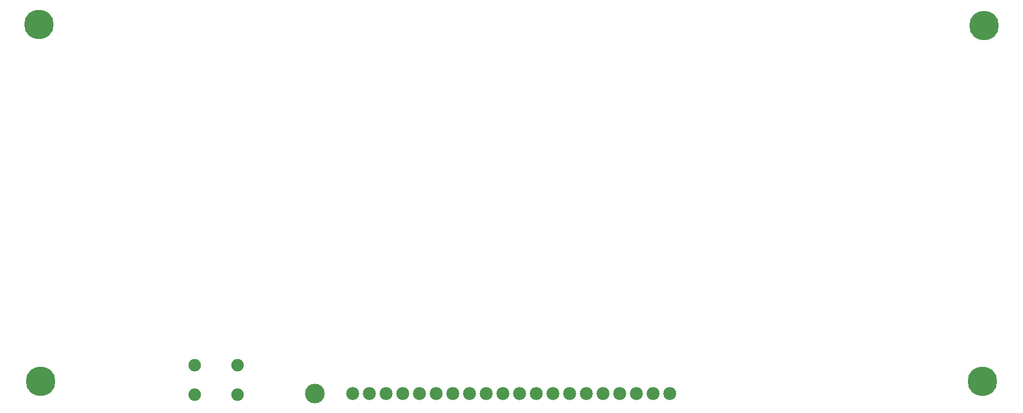
<source format=gbl>
G04 MADE WITH FRITZING*
G04 WWW.FRITZING.ORG*
G04 DOUBLE SIDED*
G04 HOLES PLATED*
G04 CONTOUR ON CENTER OF CONTOUR VECTOR*
%ASAXBY*%
%FSLAX23Y23*%
%MOIN*%
%OFA0B0*%
%SFA1.0B1.0*%
%ADD10C,0.075000*%
%ADD11C,0.078000*%
%ADD12C,0.118110*%
%ADD13C,0.177165*%
%LNCOPPER0*%
G90*
G70*
G54D10*
X1313Y54D03*
X1057Y54D03*
X1313Y232D03*
X1057Y232D03*
G54D11*
X3903Y62D03*
X3803Y62D03*
X3703Y62D03*
X3603Y62D03*
X3503Y62D03*
X3403Y62D03*
X3303Y62D03*
X3203Y62D03*
X3103Y62D03*
X3003Y62D03*
X2903Y62D03*
X2803Y62D03*
X2703Y62D03*
X2603Y62D03*
X2503Y62D03*
X2403Y62D03*
X2303Y62D03*
X2203Y62D03*
X2103Y62D03*
X2003Y62D03*
G54D12*
X1777Y62D03*
G54D13*
X5785Y2267D03*
X132Y133D03*
X5777Y133D03*
X124Y2275D03*
G04 End of Copper0*
M02*
</source>
